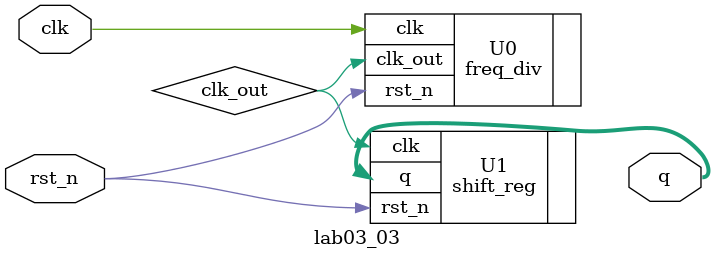
<source format=v>
`timescale 1ns / 1ps


module lab03_03(q, rst_n, clk);

output [7:0]q;
input rst_n;
input clk;

wire clk_out;

freq_div U0(.clk_out(clk_out), .clk(clk), .rst_n(rst_n));
shift_reg U1(.q(q), .clk(clk_out), .rst_n(rst_n));

endmodule

</source>
